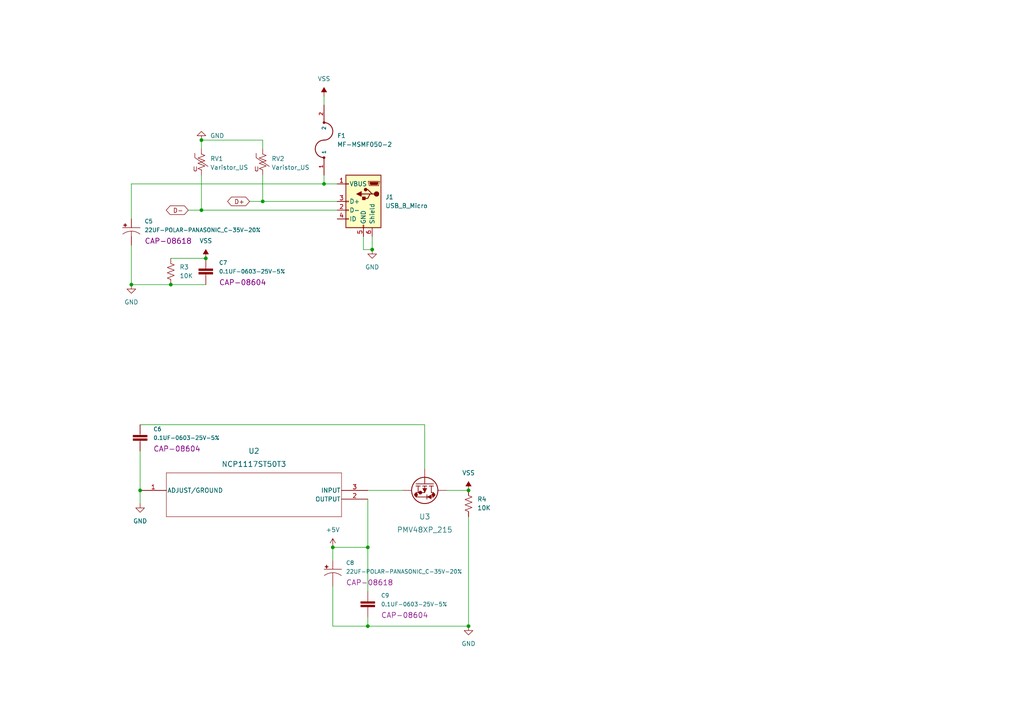
<source format=kicad_sch>
(kicad_sch (version 20211123) (generator eeschema)
  (paper "A4")
  (lib_symbols
    (symbol "5V Regulator:NCP1117ST50T3" (pin_names (offset 0.254))
      (property "Reference" "U" (at 33.02 10.16 0))
      (property "Value" "NCP1117ST50T3" (at 33.02 7.62 0))
      (symbol "NCP1117ST50T3_0_1"
        (polyline (pts (xy 7.62 -7.62) (xy 58.42 -7.62)) (stroke (width 0.127)))
        (polyline (pts (xy 7.62 5.08) (xy 7.62 -7.62)) (stroke (width 0.127)))
        (polyline (pts (xy 58.42 -7.62) (xy 58.42 5.08)) (stroke (width 0.127)))
        (polyline (pts (xy 58.42 5.08) (xy 7.62 5.08)) (stroke (width 0.127)))
        (pin bidirectional line (at 0 0 0) (length 7.62) (name "ADJUST/GROUND") (number "1"))
        (pin output line (at 66.04 -2.54 180) (length 7.62) (name "OUTPUT") (number "2"))
        (pin input line (at 66.04 0 180) (length 7.62) (name "INPUT") (number "3"))
      )
    )
    (symbol "Connector:USB_B_Micro" (pin_names (offset 1.016))
      (property "Reference" "J" (at -5.08 11.43 0))
      (property "Value" "USB_B_Micro" (at -5.08 8.89 0))
      (symbol "USB_B_Micro_0_1"
        (rectangle (start -5.08 -7.62) (end 5.08 7.62) (stroke (width 0.254)) (fill (type background)))
        (circle (center -3.81 2.159) (radius 0.635) (stroke (width 0.254)) (fill (type outline)))
        (circle (center -0.635 3.429) (radius 0.381) (stroke (width 0.254)) (fill (type outline)))
        (rectangle (start -0.127 -7.62) (end 0.127 -6.858))
        (polyline (pts (xy -1.905 2.159) (xy 0.635 2.159)) (stroke (width 0.254)))
        (polyline (pts (xy -3.175 2.159) (xy -2.54 2.159) (xy -1.27 3.429) (xy -0.635 3.429)) (stroke (width 0.254)))
        (polyline (pts (xy -2.54 2.159) (xy -1.905 2.159) (xy -1.27 0.889) (xy 0 0.889)) (stroke (width 0.254)))
        (polyline (pts (xy 0.635 2.794) (xy 0.635 1.524) (xy 1.905 2.159) (xy 0.635 2.794)) (stroke (width 0.254)) (fill (type outline)))
        (polyline (pts (xy -4.318 5.588) (xy -1.778 5.588) (xy -2.032 4.826) (xy -4.064 4.826) (xy -4.318 5.588)) (fill (type outline)))
        (polyline (pts (xy -4.699 5.842) (xy -4.699 5.588) (xy -4.445 4.826) (xy -4.445 4.572) (xy -1.651 4.572) (xy -1.651 4.826) (xy -1.397 5.588) (xy -1.397 5.842) (xy -4.699 5.842)))
        (rectangle (start 0.254 1.27) (end -0.508 0.508) (stroke (width 0.254)) (fill (type outline)))
        (rectangle (start 5.08 -5.207) (end 4.318 -4.953))
        (rectangle (start 5.08 -2.667) (end 4.318 -2.413))
        (rectangle (start 5.08 -0.127) (end 4.318 0.127))
        (rectangle (start 5.08 4.953) (end 4.318 5.207))
      )
      (symbol "USB_B_Micro_1_1"
        (pin power_out line (at 7.62 5.08 180) (length 2.54) (name "VBUS") (number "1"))
        (pin bidirectional line (at 7.62 -2.54 180) (length 2.54) (name "D-") (number "2"))
        (pin bidirectional line (at 7.62 0 180) (length 2.54) (name "D+") (number "3"))
        (pin passive line (at 7.62 -5.08 180) (length 2.54) (name "ID") (number "4"))
        (pin power_out line (at 0 -10.16 90) (length 2.54) (name "GND") (number "5"))
        (pin passive line (at -2.54 -10.16 90) (length 2.54) (name "Shield") (number "6"))
      )
    )
    (symbol "Device:R_US" (pin_numbers hide) (pin_names (offset 0))
      (property "Reference" "R" (at 2.54 0 90))
      (property "Value" "R_US" (at -2.54 0 90))
      (symbol "R_US_0_1"
        (polyline (pts (xy 0 -2.286) (xy 0 -2.54)))
        (polyline (pts (xy 0 2.286) (xy 0 2.54)))
        (polyline (pts (xy 0 -0.762) (xy 1.016 -1.143) (xy 0 -1.524) (xy -1.016 -1.905) (xy 0 -2.286)))
        (polyline (pts (xy 0 0.762) (xy 1.016 0.381) (xy 0 0) (xy -1.016 -0.381) (xy 0 -0.762)))
        (polyline (pts (xy 0 2.286) (xy 1.016 1.905) (xy 0 1.524) (xy -1.016 1.143) (xy 0 0.762)))
      )
      (symbol "R_US_1_1"
        (pin passive line (at 0 3.81 270) (length 1.27) (name "~") (number "1"))
        (pin passive line (at 0 -3.81 90) (length 1.27) (name "~") (number "2"))
      )
    )
    (symbol "Device:Varistor_US" (pin_numbers hide) (pin_names (offset 0))
      (property "Reference" "RV" (at 3.175 0 90))
      (property "Value" "Varistor_US" (at -3.175 0 90))
      (symbol "Varistor_US_0_0"
        (text "U" (at -1.778 -2.032 0) (effects (font (size 1.27 1.27))))
      )
      (symbol "Varistor_US_0_1"
        (polyline (pts (xy 0 -2.286) (xy 0 -2.54)))
        (polyline (pts (xy 0 2.286) (xy 0 2.54)))
        (polyline (pts (xy -1.905 2.54) (xy -1.905 1.27) (xy 1.905 -1.27)))
        (polyline (pts (xy 0 -0.762) (xy 1.016 -1.143) (xy 0 -1.524) (xy -1.016 -1.905) (xy 0 -2.286)))
        (polyline (pts (xy 0 0.762) (xy 1.016 0.381) (xy 0 0) (xy -1.016 -0.381) (xy 0 -0.762)))
        (polyline (pts (xy 0 2.286) (xy 1.016 1.905) (xy 0 1.524) (xy -1.016 1.143) (xy 0 0.762)))
      )
      (symbol "Varistor_US_1_1"
        (pin passive line (at 0 3.81 270) (length 1.27) (name "~") (number "1"))
        (pin passive line (at 0 -3.81 90) (length 1.27) (name "~") (number "2"))
      )
    )
    (symbol "Power MOSFET:PMV48XP_215" (pin_names (offset 0.254))
      (property "Reference" "U?" (at 11.43 1.27 0))
      (property "Value" "PMV48XP_215" (at 11.43 -2.54 0))
      (symbol "PMV48XP_215_0_1"
        (polyline (pts (xy 2.54 0) (xy 4.445 0)) (stroke (width 0.2032)))
        (polyline (pts (xy 4.445 -2.54) (xy 4.445 2.54)) (stroke (width 0.2032)))
        (polyline (pts (xy 5.08 -2.54) (xy 5.08 -1.27)) (stroke (width 0.2032)))
        (polyline (pts (xy 5.08 -1.905) (xy 6.985 -1.905)) (stroke (width 0.2032)))
        (polyline (pts (xy 5.08 -0.635) (xy 5.08 0.635)) (stroke (width 0.2032)))
        (polyline (pts (xy 5.08 0) (xy 6.985 0)) (stroke (width 0.2032)))
        (polyline (pts (xy 5.08 1.27) (xy 5.08 2.54)) (stroke (width 0.2032)))
        (polyline (pts (xy 5.08 1.905) (xy 6.985 1.905)) (stroke (width 0.2032)))
        (polyline (pts (xy 6.985 -2.54) (xy 6.985 0)) (stroke (width 0.2032)))
        (polyline (pts (xy 6.985 -2.54) (xy 8.255 -2.54)) (stroke (width 0.2032)))
        (polyline (pts (xy 6.985 1.905) (xy 6.985 2.54)) (stroke (width 0.2032)))
        (polyline (pts (xy 6.985 2.54) (xy 8.255 2.54)) (stroke (width 0.2032)))
        (polyline (pts (xy 8.255 -2.54) (xy 8.255 0.635)) (stroke (width 0.2032)))
        (polyline (pts (xy 8.255 0.635) (xy 8.255 2.54)) (stroke (width 0.2032)))
        (polyline (pts (xy 8.89 0.635) (xy 7.62 0.635)) (stroke (width 0.2032)))
        (polyline (pts (xy 5.715 0.635) (xy 6.985 0) (xy 5.715 -0.635)) (stroke (width 0.0254)) (fill (type outline)))
        (polyline (pts (xy 8.89 1.905) (xy 7.62 1.905) (xy 8.255 0.635)) (stroke (width 0.0254)) (fill (type outline)))
        (circle (center 6.35 0) (radius 3.81) (stroke (width 0.254)))
        (circle (center 6.985 -1.27) (radius 0.0254) (stroke (width 0.508)))
        (circle (center 7.62 -2.54) (radius 0.0254) (stroke (width 0.508)))
        (circle (center 7.62 2.54) (radius 0.0254) (stroke (width 0.508)))
      )
      (symbol "PMV48XP_215_1_1"
        (pin input line (at 0 0 0) (length 2.54) (name "") (number ""))
        (pin input line (at 6.35 -6.35 90) (length 2.54) (name "") (number ""))
        (pin input line (at 6.35 6.35 270) (length 2.54) (name "") (number ""))
      )
    )
    (symbol "Sparkfun-Capacitors:0.1UF-0603-25V-5%" (pin_numbers hide) (pin_names (offset 1.016) hide)
      (property "Reference" "C" (at 1.524 2.921 0))
      (property "Value" "0.1UF-0603-25V-5%" (at 1.524 -2.159 0))
      (property "Field4" "CAP-08604" (at 0 7.62 0))
      (symbol "0.1UF-0603-25V-5%_1_0"
        (polyline (pts (xy 0 0) (xy 0 0.508)))
        (polyline (pts (xy 0 2.54) (xy 0 2.032)))
      )
      (symbol "0.1UF-0603-25V-5%_1_1"
        (rectangle (start -2.032 0.508) (end 2.032 1.016) (fill (type outline)))
        (rectangle (start -2.032 1.524) (end 2.032 2.032) (fill (type outline)))
        (pin passive line (at 0 5.08 270) (length 2.54) (name "1") (number "1"))
        (pin passive line (at 0 -2.54 90) (length 2.54) (name "2") (number "2"))
      )
    )
    (symbol "Sparkfun-Capacitors:22UF-POLAR-PANASONIC_C-35V-20%" (pin_numbers hide) (pin_names (offset 1.016) hide)
      (property "Reference" "C" (at 1.016 0.635 0))
      (property "Value" "22UF-POLAR-PANASONIC_C-35V-20%" (at 1.016 -4.191 0))
      (property "Field4" "CAP-08618" (at 0 7.62 0))
      (symbol "22UF-POLAR-PANASONIC_C-35V-20%_1_0"
        (polyline (pts (xy -2.54 0) (xy 2.54 0)))
        (polyline (pts (xy 0 -1.016) (xy 0 -2.54)))
      )
      (symbol "22UF-POLAR-PANASONIC_C-35V-20%_1_1"
        (rectangle (start -2.2352 0.6604) (end -1.3462 0.7874) (fill (type outline)))
        (rectangle (start -1.8542 0.2794) (end -1.7272 1.1684) (fill (type outline)))
        (arc (start 0 -1.016) (mid -1.2939 -1.2289) (end -2.4638 -1.8288))
        (arc (start 2.4892 -1.8542) (mid 1.3167 -1.2157) (end 0 -0.9906))
        (pin passive line (at 0 2.54 270) (length 2.54) (name "+") (number "+"))
        (pin passive line (at 0 -5.08 90) (length 2.54) (name "-") (number "-"))
      )
    )
    (symbol "USB Fuse:MF-MSMF050-2" (pin_names (offset 1.016))
      (property "Reference" "F" (at -5.08 3.81 0))
      (property "Value" "MF-MSMF050-2" (at -5.08 -3.81 0))
      (symbol "MF-MSMF050-2_0_0"
        (circle (center -5.08 0) (radius 0.254) (stroke (width 0.254)))
        (arc (start 0 0) (mid -2.54 2.54) (end -5.08 0) (stroke (width 0.254)))
        (arc (start 0 0) (mid 2.54 -2.54) (end 5.08 0) (stroke (width 0.254)))
        (circle (center 5.08 0) (radius 0.254) (stroke (width 0.254)))
        (pin passive line (at -10.16 0 0) (length 5.08) (name "1") (number "1"))
        (pin passive line (at 10.16 0 180) (length 5.08) (name "2") (number "2"))
      )
    )
    (symbol "power:+5V" (power) (pin_names (offset 0))
      (property "Value" "+5V" (at 0 3.556 0))
      (symbol "+5V_0_1"
        (polyline (pts (xy -0.762 1.27) (xy 0 2.54)))
        (polyline (pts (xy 0 0) (xy 0 2.54)))
        (polyline (pts (xy 0 2.54) (xy 0.762 1.27)))
      )
      (symbol "+5V_1_1"
        (pin power_in line (at 0 0 90) (length 0) hide (name "+5V") (number "1"))
      )
    )
    (symbol "power:GND" (power) (pin_names (offset 0))
      (property "Value" "GND" (at 0 -3.81 0))
      (symbol "GND_0_1"
        (polyline (pts (xy 0 0) (xy 0 -1.27) (xy 1.27 -1.27) (xy 0 -2.54) (xy -1.27 -1.27) (xy 0 -1.27)))
      )
      (symbol "GND_1_1"
        (pin power_in line (at 0 0 270) (length 0) hide (name "GND") (number "1"))
      )
    )
    (symbol "power:VSS" (power) (pin_names (offset 0))
      (property "Value" "VSS" (at 0 3.81 0))
      (symbol "VSS_0_1"
        (polyline (pts (xy 0 0) (xy 0 2.54)))
        (polyline (pts (xy 0.762 1.27) (xy -0.762 1.27) (xy 0 2.54) (xy 0.762 1.27)) (fill (type outline)))
      )
      (symbol "VSS_1_1"
        (pin power_in line (at 0 0 90) (length 0) hide (name "VSS") (number "1"))
      )
    )
  )
  (junction (at 107.95 72.39))
  (junction (at 58.42 40.64))
  (junction (at 59.69 74.93))
  (junction (at 40.64 142.24))
  (junction (at 106.68 158.75))
  (junction (at 76.2 58.42))
  (junction (at 106.68 181.61))
  (junction (at 49.53 82.55))
  (junction (at 135.89 142.24))
  (junction (at 96.52 158.75))
  (junction (at 38.1 82.55))
  (junction (at 135.89 181.61))
  (junction (at 58.42 60.96))
  (junction (at 93.98 53.34))
  (wire (pts (xy 49.53 74.93) (xy 59.69 74.93)))
  (wire (pts (xy 58.42 40.64) (xy 58.42 43.18)))
  (wire (pts (xy 93.98 27.94) (xy 93.98 30.48)))
  (wire (pts (xy 38.1 53.34) (xy 93.98 53.34)))
  (wire (pts (xy 40.64 130.81) (xy 40.64 142.24)))
  (wire (pts (xy 54.61 60.96) (xy 58.42 60.96)))
  (wire (pts (xy 58.42 60.96) (xy 58.42 50.8)))
  (wire (pts (xy 76.2 40.64) (xy 58.42 40.64)))
  (wire (pts (xy 106.68 144.78) (xy 106.68 158.75)))
  (wire (pts (xy 135.89 181.61) (xy 135.89 149.86)))
  (wire (pts (xy 72.39 58.42) (xy 76.2 58.42)))
  (wire (pts (xy 96.52 181.61) (xy 106.68 181.61)))
  (wire (pts (xy 38.1 82.55) (xy 49.53 82.55)))
  (wire (pts (xy 106.68 158.75) (xy 106.68 171.45)))
  (wire (pts (xy 97.79 53.34) (xy 93.98 53.34)))
  (wire (pts (xy 105.41 72.39) (xy 107.95 72.39)))
  (wire (pts (xy 97.79 58.42) (xy 76.2 58.42)))
  (wire (pts (xy 123.19 123.19) (xy 123.19 135.89)))
  (wire (pts (xy 106.68 179.07) (xy 106.68 181.61)))
  (wire (pts (xy 106.68 181.61) (xy 135.89 181.61)))
  (wire (pts (xy 76.2 58.42) (xy 76.2 50.8)))
  (wire (pts (xy 93.98 53.34) (xy 93.98 50.8)))
  (wire (pts (xy 106.68 142.24) (xy 116.84 142.24)))
  (wire (pts (xy 49.53 82.55) (xy 59.69 82.55)))
  (wire (pts (xy 129.54 142.24) (xy 135.89 142.24)))
  (wire (pts (xy 96.52 170.18) (xy 96.52 181.61)))
  (wire (pts (xy 105.41 68.58) (xy 105.41 72.39)))
  (wire (pts (xy 38.1 71.12) (xy 38.1 82.55)))
  (wire (pts (xy 96.52 158.75) (xy 96.52 162.56)))
  (wire (pts (xy 106.68 158.75) (xy 96.52 158.75)))
  (wire (pts (xy 40.64 123.19) (xy 123.19 123.19)))
  (wire (pts (xy 38.1 63.5) (xy 38.1 53.34)))
  (wire (pts (xy 97.79 60.96) (xy 58.42 60.96)))
  (wire (pts (xy 40.64 142.24) (xy 40.64 146.05)))
  (wire (pts (xy 76.2 43.18) (xy 76.2 40.64)))
  (wire (pts (xy 107.95 68.58) (xy 107.95 72.39)))
  (global_label "D+" (shape bidirectional) (at 72.39 58.42 180) (property "Intersheet References" "${INTERSHEET_REFS}" (effects hide)))
  (global_label "D-" (shape bidirectional) (at 54.61 60.96 180) (property "Intersheet References" "${INTERSHEET_REFS}" (effects hide)))
  (symbol (lib_id "Device:R_US") (at 135.89 146.05 0) (unit 1)
    (property "Reference" "R4" (at 138.43 144.7799 0) (effects (justify left)))
    (property "Value" "10K" (at 138.43 147.3199 0) (effects (justify left)))
    (property "Footprint" "Resistor_SMD:R_0603_1608Metric" (effects hide))
  )
  (symbol (lib_id "power:+5V") (at 96.52 158.75 0) (unit 1)
    (property "Reference" "#PWR0110" (effects hide))
    (property "Value" "+5V" (at 96.52 153.67 0))
  )
  (symbol (lib_id "power:GND") (at 58.42 40.64 180) (unit 1)
    (property "Reference" "#PWR0104" (effects hide))
    (property "Value" "GND" (at 60.96 39.3699 0) (effects (justify right)))
  )
  (symbol (lib_id "Device:Varistor_US") (at 76.2 46.99 0) (unit 1)
    (property "Reference" "RV2" (at 78.74 46.0366 0) (effects (justify left)))
    (property "Value" "Varistor_US" (at 78.74 48.5766 0) (effects (justify left)))
    (property "Footprint" "Resistor_SMD:R_0603_1608Metric" (effects hide))
  )
  (symbol (lib_id "Sparkfun-Capacitors:0.1UF-0603-25V-5%") (at 59.69 80.01 0) (unit 1)
    (property "Reference" "C7" (at 63.5 76.2 0) (effects (font (size 1.143 1.143)) (justify left)))
    (property "Value" "0.1UF-0603-25V-5%" (at 63.5 78.74 0) (effects (font (size 1.143 1.143)) (justify left)))
    (property "Footprint" "Capacitor_SMD:C_0603_1608Metric" (effects hide))
    (property "Field4" "CAP-08604" (at 63.5 81.915 0) (effects (font (size 1.524 1.524)) (justify left)))
  )
  (symbol (lib_id "power:GND") (at 40.64 146.05 0) (unit 1)
    (property "Reference" "#PWR0109" (effects hide))
    (property "Value" "GND" (at 40.64 151.13 0))
  )
  (symbol (lib_id "Sparkfun-Capacitors:22UF-POLAR-PANASONIC_C-35V-20%") (at 96.52 165.1 0) (unit 1)
    (property "Reference" "C8" (at 100.33 163.2458 0) (effects (font (size 1.143 1.143)) (justify left)))
    (property "Value" "22UF-POLAR-PANASONIC_C-35V-20%" (at 100.33 165.7858 0) (effects (font (size 1.143 1.143)) (justify left)))
    (property "Footprint" "PANASONIC_C" (effects hide))
    (property "Field4" "CAP-08618" (at 100.33 168.9608 0) (effects (font (size 1.524 1.524)) (justify left)))
  )
  (symbol (lib_id "5V Regulator:NCP1117ST50T3") (at 40.64 142.24 0) (unit 1)
    (property "Reference" "U2" (at 73.66 130.81 0) (effects (font (size 1.524 1.524))))
    (property "Value" "NCP1117ST50T3" (at 73.66 134.62 0) (effects (font (size 1.524 1.524))))
    (property "Footprint" "5V Regulator:SOT223-3_ONS" (effects hide))
    (property "Datasheet" "NCP1117ST50T3" (effects hide))
  )
  (symbol (lib_id "power:GND") (at 135.89 181.61 0) (unit 1)
    (property "Reference" "#PWR0112" (effects hide))
    (property "Value" "GND" (at 135.89 186.69 0))
  )
  (symbol (lib_id "power:VSS") (at 93.98 27.94 0) (unit 1)
    (property "Reference" "#PWR0105" (effects hide))
    (property "Value" "VSS" (at 93.98 22.86 0))
  )
  (symbol (lib_id "Sparkfun-Capacitors:0.1UF-0603-25V-5%") (at 40.64 128.27 0) (unit 1)
    (property "Reference" "C6" (at 44.45 124.46 0) (effects (font (size 1.143 1.143)) (justify left)))
    (property "Value" "0.1UF-0603-25V-5%" (at 44.45 127 0) (effects (font (size 1.143 1.143)) (justify left)))
    (property "Footprint" "0603" (effects hide))
    (property "Field4" "CAP-08604" (at 44.45 130.175 0) (effects (font (size 1.524 1.524)) (justify left)))
  )
  (symbol (lib_id "Sparkfun-Capacitors:0.1UF-0603-25V-5%") (at 106.68 176.53 0) (unit 1)
    (property "Reference" "C9" (at 110.49 172.72 0) (effects (font (size 1.143 1.143)) (justify left)))
    (property "Value" "0.1UF-0603-25V-5%" (at 110.49 175.26 0) (effects (font (size 1.143 1.143)) (justify left)))
    (property "Footprint" "Capacitor_SMD:C_0603_1608Metric" (effects hide))
    (property "Field4" "CAP-08604" (at 110.49 178.435 0) (effects (font (size 1.524 1.524)) (justify left)))
  )
  (symbol (lib_id "USB Fuse:MF-MSMF050-2") (at 93.98 40.64 90) (unit 1)
    (property "Reference" "F1" (at 97.79 39.3699 90) (effects (justify right)))
    (property "Value" "MF-MSMF050-2" (at 97.79 41.9099 90) (effects (justify right)))
    (property "Footprint" "USB Fuse:FUSM4632X85" (effects hide))
    (property "MANUFACTURER" "Bourns" (effects hide))
  )
  (symbol (lib_id "power:GND") (at 107.95 72.39 0) (unit 1)
    (property "Reference" "#PWR0106" (effects hide))
    (property "Value" "GND" (at 107.95 77.47 0))
  )
  (symbol (lib_id "Sparkfun-Capacitors:22UF-POLAR-PANASONIC_C-35V-20%") (at 38.1 66.04 0) (unit 1)
    (property "Reference" "C5" (at 41.91 64.1858 0) (effects (font (size 1.143 1.143)) (justify left)))
    (property "Value" "22UF-POLAR-PANASONIC_C-35V-20%" (at 41.91 66.7258 0) (effects (font (size 1.143 1.143)) (justify left)))
    (property "Footprint" "PANASONIC_C" (effects hide))
    (property "Field4" "CAP-08618" (at 41.91 69.9008 0) (effects (font (size 1.524 1.524)) (justify left)))
  )
  (symbol (lib_id "Connector:USB_B_Micro") (at 105.41 58.42 0) (mirror y) (unit 1)
    (property "Reference" "J1" (at 111.76 57.1499 0) (effects (justify right)))
    (property "Value" "USB_B_Micro" (at 111.76 59.6899 0) (effects (justify right)))
    (property "Footprint" "Connector_USB:USB_Micro-B_Molex-105017-0001" (effects hide))
  )
  (symbol (lib_id "power:GND") (at 38.1 82.55 0) (unit 1)
    (property "Reference" "#PWR0108" (effects hide))
    (property "Value" "GND" (at 38.1 87.63 0))
  )
  (symbol (lib_id "power:VSS") (at 59.69 74.93 0) (unit 1)
    (property "Reference" "#PWR0107" (effects hide))
    (property "Value" "VSS" (at 59.69 69.85 0))
  )
  (symbol (lib_id "Device:R_US") (at 49.53 78.74 0) (unit 1)
    (property "Reference" "R3" (at 52.07 77.4699 0) (effects (justify left)))
    (property "Value" "10K" (at 52.07 80.0099 0) (effects (justify left)))
    (property "Footprint" "Resistor_SMD:R_0603_1608Metric" (effects hide))
  )
  (symbol (lib_id "Power MOSFET:PMV48XP_215") (at 123.19 135.89 270) (unit 1)
    (property "Reference" "U3" (at 123.19 149.86 90) (effects (font (size 1.524 1.524))))
    (property "Value" "PMV48XP_215" (at 123.19 153.67 90) (effects (font (size 1.524 1.524))))
    (property "Footprint" "USB MOSFET:TO-236_SOT23_NEX" (effects hide))
    (property "Datasheet" "PMV48XP_215" (effects hide))
  )
  (symbol (lib_id "power:VSS") (at 135.89 142.24 0) (unit 1)
    (property "Reference" "#PWR0111" (effects hide))
    (property "Value" "VSS" (at 135.89 137.16 0))
  )
  (symbol (lib_id "Device:Varistor_US") (at 58.42 46.99 0) (unit 1)
    (property "Reference" "RV1" (at 60.96 46.0366 0) (effects (justify left)))
    (property "Value" "Varistor_US" (at 60.96 48.5766 0) (effects (justify left)))
    (property "Footprint" "Resistor_SMD:R_0603_1608Metric" (effects hide))
  )
)
</source>
